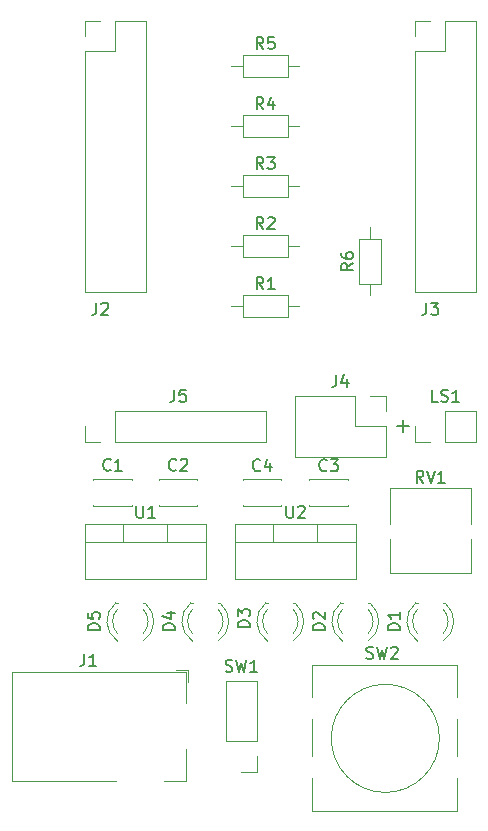
<source format=gbr>
G04 #@! TF.GenerationSoftware,KiCad,Pcbnew,(5.1.5-0)*
G04 #@! TF.CreationDate,2021-12-12T09:58:07-07:00*
G04 #@! TF.ProjectId,starman,73746172-6d61-46e2-9e6b-696361645f70,rev?*
G04 #@! TF.SameCoordinates,Original*
G04 #@! TF.FileFunction,Legend,Top*
G04 #@! TF.FilePolarity,Positive*
%FSLAX46Y46*%
G04 Gerber Fmt 4.6, Leading zero omitted, Abs format (unit mm)*
G04 Created by KiCad (PCBNEW (5.1.5-0)) date 2021-12-12 09:58:07*
%MOMM*%
%LPD*%
G04 APERTURE LIST*
%ADD10C,0.200000*%
%ADD11C,0.120000*%
%ADD12C,0.150000*%
G04 APERTURE END LIST*
D10*
X129286000Y-111760000D02*
X130302000Y-111760000D01*
D11*
X129794000Y-112268000D02*
X129794000Y-111760000D01*
D10*
X129794000Y-111252000D02*
X129794000Y-112268000D01*
D11*
X120980000Y-81280000D02*
X120030000Y-81280000D01*
X115240000Y-81280000D02*
X116190000Y-81280000D01*
X120030000Y-80360000D02*
X116190000Y-80360000D01*
X120030000Y-82200000D02*
X120030000Y-80360000D01*
X116190000Y-82200000D02*
X120030000Y-82200000D01*
X116190000Y-80360000D02*
X116190000Y-82200000D01*
X127000000Y-94920000D02*
X127000000Y-95870000D01*
X127000000Y-100660000D02*
X127000000Y-99710000D01*
X126080000Y-95870000D02*
X126080000Y-99710000D01*
X127920000Y-95870000D02*
X126080000Y-95870000D01*
X127920000Y-99710000D02*
X127920000Y-95870000D01*
X126080000Y-99710000D02*
X127920000Y-99710000D01*
X115240000Y-86360000D02*
X116190000Y-86360000D01*
X120980000Y-86360000D02*
X120030000Y-86360000D01*
X116190000Y-87280000D02*
X120030000Y-87280000D01*
X116190000Y-85440000D02*
X116190000Y-87280000D01*
X120030000Y-85440000D02*
X116190000Y-85440000D01*
X120030000Y-87280000D02*
X120030000Y-85440000D01*
X120980000Y-91440000D02*
X120030000Y-91440000D01*
X115240000Y-91440000D02*
X116190000Y-91440000D01*
X120030000Y-90520000D02*
X116190000Y-90520000D01*
X120030000Y-92360000D02*
X120030000Y-90520000D01*
X116190000Y-92360000D02*
X120030000Y-92360000D01*
X116190000Y-90520000D02*
X116190000Y-92360000D01*
X120980000Y-96520000D02*
X120030000Y-96520000D01*
X115240000Y-96520000D02*
X116190000Y-96520000D01*
X120030000Y-95600000D02*
X116190000Y-95600000D01*
X120030000Y-97440000D02*
X120030000Y-95600000D01*
X116190000Y-97440000D02*
X120030000Y-97440000D01*
X116190000Y-95600000D02*
X116190000Y-97440000D01*
X120980000Y-101600000D02*
X120030000Y-101600000D01*
X115240000Y-101600000D02*
X116190000Y-101600000D01*
X120030000Y-100680000D02*
X116190000Y-100680000D01*
X120030000Y-102520000D02*
X120030000Y-100680000D01*
X116190000Y-102520000D02*
X120030000Y-102520000D01*
X116190000Y-100680000D02*
X116190000Y-102520000D01*
X131000000Y-126710000D02*
X130844000Y-126710000D01*
X133316000Y-126710000D02*
X133160000Y-126710000D01*
X131000163Y-129311130D02*
G75*
G02X131000000Y-127229039I1079837J1041130D01*
G01*
X133159837Y-129311130D02*
G75*
G03X133160000Y-127229039I-1079837J1041130D01*
G01*
X131001392Y-129942335D02*
G75*
G02X130844484Y-126710000I1078608J1672335D01*
G01*
X133158608Y-129942335D02*
G75*
G03X133315516Y-126710000I-1078608J1672335D01*
G01*
X105600000Y-126710000D02*
X105444000Y-126710000D01*
X107916000Y-126710000D02*
X107760000Y-126710000D01*
X105600163Y-129311130D02*
G75*
G02X105600000Y-127229039I1079837J1041130D01*
G01*
X107759837Y-129311130D02*
G75*
G03X107760000Y-127229039I-1079837J1041130D01*
G01*
X105601392Y-129942335D02*
G75*
G02X105444484Y-126710000I1078608J1672335D01*
G01*
X107758608Y-129942335D02*
G75*
G03X107915516Y-126710000I-1078608J1672335D01*
G01*
X111950000Y-126710000D02*
X111794000Y-126710000D01*
X114266000Y-126710000D02*
X114110000Y-126710000D01*
X111950163Y-129311130D02*
G75*
G02X111950000Y-127229039I1079837J1041130D01*
G01*
X114109837Y-129311130D02*
G75*
G03X114110000Y-127229039I-1079837J1041130D01*
G01*
X111951392Y-129942335D02*
G75*
G02X111794484Y-126710000I1078608J1672335D01*
G01*
X114108608Y-129942335D02*
G75*
G03X114265516Y-126710000I-1078608J1672335D01*
G01*
X118300000Y-126710000D02*
X118144000Y-126710000D01*
X120616000Y-126710000D02*
X120460000Y-126710000D01*
X118300163Y-129311130D02*
G75*
G02X118300000Y-127229039I1079837J1041130D01*
G01*
X120459837Y-129311130D02*
G75*
G03X120460000Y-127229039I-1079837J1041130D01*
G01*
X118301392Y-129942335D02*
G75*
G02X118144484Y-126710000I1078608J1672335D01*
G01*
X120458608Y-129942335D02*
G75*
G03X120615516Y-126710000I-1078608J1672335D01*
G01*
X124650000Y-126710000D02*
X124494000Y-126710000D01*
X126966000Y-126710000D02*
X126810000Y-126710000D01*
X124650163Y-129311130D02*
G75*
G02X124650000Y-127229039I1079837J1041130D01*
G01*
X126809837Y-129311130D02*
G75*
G03X126810000Y-127229039I-1079837J1041130D01*
G01*
X124651392Y-129942335D02*
G75*
G02X124494484Y-126710000I1078608J1672335D01*
G01*
X126808608Y-129942335D02*
G75*
G03X126965516Y-126710000I-1078608J1672335D01*
G01*
X102810000Y-77410000D02*
X104140000Y-77410000D01*
X102810000Y-78740000D02*
X102810000Y-77410000D01*
X105410000Y-77410000D02*
X108010000Y-77410000D01*
X105410000Y-80010000D02*
X105410000Y-77410000D01*
X102810000Y-80010000D02*
X105410000Y-80010000D01*
X108010000Y-77410000D02*
X108010000Y-100390000D01*
X102810000Y-80010000D02*
X102810000Y-100390000D01*
X102810000Y-100390000D02*
X108010000Y-100390000D01*
X130750000Y-77410000D02*
X132080000Y-77410000D01*
X130750000Y-78740000D02*
X130750000Y-77410000D01*
X133350000Y-77410000D02*
X135950000Y-77410000D01*
X133350000Y-80010000D02*
X133350000Y-77410000D01*
X130750000Y-80010000D02*
X133350000Y-80010000D01*
X135950000Y-77410000D02*
X135950000Y-100390000D01*
X130750000Y-80010000D02*
X130750000Y-100390000D01*
X130750000Y-100390000D02*
X135950000Y-100390000D01*
X134320000Y-131986000D02*
X134320000Y-134706000D01*
X134320000Y-141566000D02*
X134320000Y-144286000D01*
X122020000Y-139706000D02*
X122020000Y-136566000D01*
X122020000Y-144286000D02*
X122020000Y-141566000D01*
X132849050Y-138176000D02*
G75*
G03X132849050Y-138176000I-4579050J0D01*
G01*
X122020000Y-134706000D02*
X122020000Y-131986000D01*
X134320000Y-144286000D02*
X122020000Y-144286000D01*
X134320000Y-136566000D02*
X134320000Y-139706000D01*
X122020000Y-131986000D02*
X134320000Y-131986000D01*
X119456000Y-118403000D02*
X119456000Y-118468000D01*
X119456000Y-116228000D02*
X119456000Y-116293000D01*
X116216000Y-118403000D02*
X116216000Y-118468000D01*
X116216000Y-116228000D02*
X116216000Y-116293000D01*
X116216000Y-118468000D02*
X119456000Y-118468000D01*
X116216000Y-116228000D02*
X119456000Y-116228000D01*
X125084000Y-118403000D02*
X125084000Y-118468000D01*
X125084000Y-116228000D02*
X125084000Y-116293000D01*
X121844000Y-118403000D02*
X121844000Y-118468000D01*
X121844000Y-116228000D02*
X121844000Y-116293000D01*
X121844000Y-118468000D02*
X125084000Y-118468000D01*
X121844000Y-116228000D02*
X125084000Y-116228000D01*
X109104000Y-116293000D02*
X109104000Y-116228000D01*
X109104000Y-118468000D02*
X109104000Y-118403000D01*
X112344000Y-116293000D02*
X112344000Y-116228000D01*
X112344000Y-118468000D02*
X112344000Y-118403000D01*
X112344000Y-116228000D02*
X109104000Y-116228000D01*
X112344000Y-118468000D02*
X109104000Y-118468000D01*
X103556000Y-116293000D02*
X103556000Y-116228000D01*
X103556000Y-118468000D02*
X103556000Y-118403000D01*
X106796000Y-116293000D02*
X106796000Y-116228000D01*
X106796000Y-118468000D02*
X106796000Y-118403000D01*
X106796000Y-116228000D02*
X103556000Y-116228000D01*
X106796000Y-118468000D02*
X103556000Y-118468000D01*
X135500000Y-124210000D02*
X128660000Y-124210000D01*
X135500000Y-116970000D02*
X128660000Y-116970000D01*
X128660000Y-121300000D02*
X128660000Y-124210000D01*
X128660000Y-116970000D02*
X128660000Y-120000000D01*
X135500000Y-121300000D02*
X135500000Y-124210000D01*
X135500000Y-116970000D02*
X135500000Y-120000000D01*
X122501000Y-120047000D02*
X122501000Y-121557000D01*
X118800000Y-120047000D02*
X118800000Y-121557000D01*
X115530000Y-121557000D02*
X125770000Y-121557000D01*
X125770000Y-120047000D02*
X125770000Y-124688000D01*
X115530000Y-120047000D02*
X115530000Y-124688000D01*
X115530000Y-124688000D02*
X125770000Y-124688000D01*
X115530000Y-120047000D02*
X125770000Y-120047000D01*
X109801000Y-120047000D02*
X109801000Y-121557000D01*
X106100000Y-120047000D02*
X106100000Y-121557000D01*
X102830000Y-121557000D02*
X113070000Y-121557000D01*
X113070000Y-120047000D02*
X113070000Y-124688000D01*
X102830000Y-120047000D02*
X102830000Y-124688000D01*
X102830000Y-124688000D02*
X113070000Y-124688000D01*
X102830000Y-120047000D02*
X113070000Y-120047000D01*
X117408000Y-141030000D02*
X116078000Y-141030000D01*
X117408000Y-139700000D02*
X117408000Y-141030000D01*
X117408000Y-138430000D02*
X114748000Y-138430000D01*
X114748000Y-138430000D02*
X114748000Y-133290000D01*
X117408000Y-138430000D02*
X117408000Y-133290000D01*
X117408000Y-133290000D02*
X114748000Y-133290000D01*
X130750000Y-113090000D02*
X130750000Y-111760000D01*
X132080000Y-113090000D02*
X130750000Y-113090000D01*
X133350000Y-113090000D02*
X133350000Y-110430000D01*
X133350000Y-110430000D02*
X135950000Y-110430000D01*
X133350000Y-113090000D02*
X135950000Y-113090000D01*
X135950000Y-113090000D02*
X135950000Y-110430000D01*
X102810000Y-113090000D02*
X102810000Y-111760000D01*
X104140000Y-113090000D02*
X102810000Y-113090000D01*
X105410000Y-113090000D02*
X105410000Y-110430000D01*
X105410000Y-110430000D02*
X118170000Y-110430000D01*
X105410000Y-113090000D02*
X118170000Y-113090000D01*
X118170000Y-113090000D02*
X118170000Y-110430000D01*
X128330000Y-109160000D02*
X128330000Y-110490000D01*
X127000000Y-109160000D02*
X128330000Y-109160000D01*
X128330000Y-111760000D02*
X128330000Y-114360000D01*
X125730000Y-111760000D02*
X128330000Y-111760000D01*
X125730000Y-109160000D02*
X125730000Y-111760000D01*
X128330000Y-114360000D02*
X120590000Y-114360000D01*
X125730000Y-109160000D02*
X120590000Y-109160000D01*
X120590000Y-109160000D02*
X120590000Y-114360000D01*
X111390000Y-132560000D02*
X111390000Y-135160000D01*
X96690000Y-132560000D02*
X111390000Y-132560000D01*
X111390000Y-141760000D02*
X109490000Y-141760000D01*
X111390000Y-139060000D02*
X111390000Y-141760000D01*
X96690000Y-141760000D02*
X96690000Y-132560000D01*
X105490000Y-141760000D02*
X96690000Y-141760000D01*
X110540000Y-132360000D02*
X111590000Y-132360000D01*
X111590000Y-133410000D02*
X111590000Y-132360000D01*
D12*
X117943333Y-79812380D02*
X117610000Y-79336190D01*
X117371904Y-79812380D02*
X117371904Y-78812380D01*
X117752857Y-78812380D01*
X117848095Y-78860000D01*
X117895714Y-78907619D01*
X117943333Y-79002857D01*
X117943333Y-79145714D01*
X117895714Y-79240952D01*
X117848095Y-79288571D01*
X117752857Y-79336190D01*
X117371904Y-79336190D01*
X118848095Y-78812380D02*
X118371904Y-78812380D01*
X118324285Y-79288571D01*
X118371904Y-79240952D01*
X118467142Y-79193333D01*
X118705238Y-79193333D01*
X118800476Y-79240952D01*
X118848095Y-79288571D01*
X118895714Y-79383809D01*
X118895714Y-79621904D01*
X118848095Y-79717142D01*
X118800476Y-79764761D01*
X118705238Y-79812380D01*
X118467142Y-79812380D01*
X118371904Y-79764761D01*
X118324285Y-79717142D01*
X125532380Y-97956666D02*
X125056190Y-98290000D01*
X125532380Y-98528095D02*
X124532380Y-98528095D01*
X124532380Y-98147142D01*
X124580000Y-98051904D01*
X124627619Y-98004285D01*
X124722857Y-97956666D01*
X124865714Y-97956666D01*
X124960952Y-98004285D01*
X125008571Y-98051904D01*
X125056190Y-98147142D01*
X125056190Y-98528095D01*
X124532380Y-97099523D02*
X124532380Y-97290000D01*
X124580000Y-97385238D01*
X124627619Y-97432857D01*
X124770476Y-97528095D01*
X124960952Y-97575714D01*
X125341904Y-97575714D01*
X125437142Y-97528095D01*
X125484761Y-97480476D01*
X125532380Y-97385238D01*
X125532380Y-97194761D01*
X125484761Y-97099523D01*
X125437142Y-97051904D01*
X125341904Y-97004285D01*
X125103809Y-97004285D01*
X125008571Y-97051904D01*
X124960952Y-97099523D01*
X124913333Y-97194761D01*
X124913333Y-97385238D01*
X124960952Y-97480476D01*
X125008571Y-97528095D01*
X125103809Y-97575714D01*
X117943333Y-84907380D02*
X117610000Y-84431190D01*
X117371904Y-84907380D02*
X117371904Y-83907380D01*
X117752857Y-83907380D01*
X117848095Y-83955000D01*
X117895714Y-84002619D01*
X117943333Y-84097857D01*
X117943333Y-84240714D01*
X117895714Y-84335952D01*
X117848095Y-84383571D01*
X117752857Y-84431190D01*
X117371904Y-84431190D01*
X118800476Y-84240714D02*
X118800476Y-84907380D01*
X118562380Y-83859761D02*
X118324285Y-84574047D01*
X118943333Y-84574047D01*
X117943333Y-89972380D02*
X117610000Y-89496190D01*
X117371904Y-89972380D02*
X117371904Y-88972380D01*
X117752857Y-88972380D01*
X117848095Y-89020000D01*
X117895714Y-89067619D01*
X117943333Y-89162857D01*
X117943333Y-89305714D01*
X117895714Y-89400952D01*
X117848095Y-89448571D01*
X117752857Y-89496190D01*
X117371904Y-89496190D01*
X118276666Y-88972380D02*
X118895714Y-88972380D01*
X118562380Y-89353333D01*
X118705238Y-89353333D01*
X118800476Y-89400952D01*
X118848095Y-89448571D01*
X118895714Y-89543809D01*
X118895714Y-89781904D01*
X118848095Y-89877142D01*
X118800476Y-89924761D01*
X118705238Y-89972380D01*
X118419523Y-89972380D01*
X118324285Y-89924761D01*
X118276666Y-89877142D01*
X117943333Y-95052380D02*
X117610000Y-94576190D01*
X117371904Y-95052380D02*
X117371904Y-94052380D01*
X117752857Y-94052380D01*
X117848095Y-94100000D01*
X117895714Y-94147619D01*
X117943333Y-94242857D01*
X117943333Y-94385714D01*
X117895714Y-94480952D01*
X117848095Y-94528571D01*
X117752857Y-94576190D01*
X117371904Y-94576190D01*
X118324285Y-94147619D02*
X118371904Y-94100000D01*
X118467142Y-94052380D01*
X118705238Y-94052380D01*
X118800476Y-94100000D01*
X118848095Y-94147619D01*
X118895714Y-94242857D01*
X118895714Y-94338095D01*
X118848095Y-94480952D01*
X118276666Y-95052380D01*
X118895714Y-95052380D01*
X117943333Y-100132380D02*
X117610000Y-99656190D01*
X117371904Y-100132380D02*
X117371904Y-99132380D01*
X117752857Y-99132380D01*
X117848095Y-99180000D01*
X117895714Y-99227619D01*
X117943333Y-99322857D01*
X117943333Y-99465714D01*
X117895714Y-99560952D01*
X117848095Y-99608571D01*
X117752857Y-99656190D01*
X117371904Y-99656190D01*
X118895714Y-100132380D02*
X118324285Y-100132380D01*
X118610000Y-100132380D02*
X118610000Y-99132380D01*
X118514761Y-99275238D01*
X118419523Y-99370476D01*
X118324285Y-99418095D01*
X129484380Y-129008095D02*
X128484380Y-129008095D01*
X128484380Y-128770000D01*
X128532000Y-128627142D01*
X128627238Y-128531904D01*
X128722476Y-128484285D01*
X128912952Y-128436666D01*
X129055809Y-128436666D01*
X129246285Y-128484285D01*
X129341523Y-128531904D01*
X129436761Y-128627142D01*
X129484380Y-128770000D01*
X129484380Y-129008095D01*
X129484380Y-127484285D02*
X129484380Y-128055714D01*
X129484380Y-127770000D02*
X128484380Y-127770000D01*
X128627238Y-127865238D01*
X128722476Y-127960476D01*
X128770095Y-128055714D01*
X104084380Y-129008095D02*
X103084380Y-129008095D01*
X103084380Y-128770000D01*
X103132000Y-128627142D01*
X103227238Y-128531904D01*
X103322476Y-128484285D01*
X103512952Y-128436666D01*
X103655809Y-128436666D01*
X103846285Y-128484285D01*
X103941523Y-128531904D01*
X104036761Y-128627142D01*
X104084380Y-128770000D01*
X104084380Y-129008095D01*
X103084380Y-127531904D02*
X103084380Y-128008095D01*
X103560571Y-128055714D01*
X103512952Y-128008095D01*
X103465333Y-127912857D01*
X103465333Y-127674761D01*
X103512952Y-127579523D01*
X103560571Y-127531904D01*
X103655809Y-127484285D01*
X103893904Y-127484285D01*
X103989142Y-127531904D01*
X104036761Y-127579523D01*
X104084380Y-127674761D01*
X104084380Y-127912857D01*
X104036761Y-128008095D01*
X103989142Y-128055714D01*
X110434380Y-129008095D02*
X109434380Y-129008095D01*
X109434380Y-128770000D01*
X109482000Y-128627142D01*
X109577238Y-128531904D01*
X109672476Y-128484285D01*
X109862952Y-128436666D01*
X110005809Y-128436666D01*
X110196285Y-128484285D01*
X110291523Y-128531904D01*
X110386761Y-128627142D01*
X110434380Y-128770000D01*
X110434380Y-129008095D01*
X109767714Y-127579523D02*
X110434380Y-127579523D01*
X109386761Y-127817619D02*
X110101047Y-128055714D01*
X110101047Y-127436666D01*
X116784380Y-128754095D02*
X115784380Y-128754095D01*
X115784380Y-128516000D01*
X115832000Y-128373142D01*
X115927238Y-128277904D01*
X116022476Y-128230285D01*
X116212952Y-128182666D01*
X116355809Y-128182666D01*
X116546285Y-128230285D01*
X116641523Y-128277904D01*
X116736761Y-128373142D01*
X116784380Y-128516000D01*
X116784380Y-128754095D01*
X115784380Y-127849333D02*
X115784380Y-127230285D01*
X116165333Y-127563619D01*
X116165333Y-127420761D01*
X116212952Y-127325523D01*
X116260571Y-127277904D01*
X116355809Y-127230285D01*
X116593904Y-127230285D01*
X116689142Y-127277904D01*
X116736761Y-127325523D01*
X116784380Y-127420761D01*
X116784380Y-127706476D01*
X116736761Y-127801714D01*
X116689142Y-127849333D01*
X123134380Y-129008095D02*
X122134380Y-129008095D01*
X122134380Y-128770000D01*
X122182000Y-128627142D01*
X122277238Y-128531904D01*
X122372476Y-128484285D01*
X122562952Y-128436666D01*
X122705809Y-128436666D01*
X122896285Y-128484285D01*
X122991523Y-128531904D01*
X123086761Y-128627142D01*
X123134380Y-128770000D01*
X123134380Y-129008095D01*
X122229619Y-128055714D02*
X122182000Y-128008095D01*
X122134380Y-127912857D01*
X122134380Y-127674761D01*
X122182000Y-127579523D01*
X122229619Y-127531904D01*
X122324857Y-127484285D01*
X122420095Y-127484285D01*
X122562952Y-127531904D01*
X123134380Y-128103333D01*
X123134380Y-127484285D01*
X103806666Y-101306380D02*
X103806666Y-102020666D01*
X103759047Y-102163523D01*
X103663809Y-102258761D01*
X103520952Y-102306380D01*
X103425714Y-102306380D01*
X104235238Y-101401619D02*
X104282857Y-101354000D01*
X104378095Y-101306380D01*
X104616190Y-101306380D01*
X104711428Y-101354000D01*
X104759047Y-101401619D01*
X104806666Y-101496857D01*
X104806666Y-101592095D01*
X104759047Y-101734952D01*
X104187619Y-102306380D01*
X104806666Y-102306380D01*
X131746666Y-101306380D02*
X131746666Y-102020666D01*
X131699047Y-102163523D01*
X131603809Y-102258761D01*
X131460952Y-102306380D01*
X131365714Y-102306380D01*
X132127619Y-101306380D02*
X132746666Y-101306380D01*
X132413333Y-101687333D01*
X132556190Y-101687333D01*
X132651428Y-101734952D01*
X132699047Y-101782571D01*
X132746666Y-101877809D01*
X132746666Y-102115904D01*
X132699047Y-102211142D01*
X132651428Y-102258761D01*
X132556190Y-102306380D01*
X132270476Y-102306380D01*
X132175238Y-102258761D01*
X132127619Y-102211142D01*
X126666666Y-131380761D02*
X126809523Y-131428380D01*
X127047619Y-131428380D01*
X127142857Y-131380761D01*
X127190476Y-131333142D01*
X127238095Y-131237904D01*
X127238095Y-131142666D01*
X127190476Y-131047428D01*
X127142857Y-130999809D01*
X127047619Y-130952190D01*
X126857142Y-130904571D01*
X126761904Y-130856952D01*
X126714285Y-130809333D01*
X126666666Y-130714095D01*
X126666666Y-130618857D01*
X126714285Y-130523619D01*
X126761904Y-130476000D01*
X126857142Y-130428380D01*
X127095238Y-130428380D01*
X127238095Y-130476000D01*
X127571428Y-130428380D02*
X127809523Y-131428380D01*
X128000000Y-130714095D01*
X128190476Y-131428380D01*
X128428571Y-130428380D01*
X128761904Y-130523619D02*
X128809523Y-130476000D01*
X128904761Y-130428380D01*
X129142857Y-130428380D01*
X129238095Y-130476000D01*
X129285714Y-130523619D01*
X129333333Y-130618857D01*
X129333333Y-130714095D01*
X129285714Y-130856952D01*
X128714285Y-131428380D01*
X129333333Y-131428380D01*
X117669333Y-115455142D02*
X117621714Y-115502761D01*
X117478857Y-115550380D01*
X117383619Y-115550380D01*
X117240761Y-115502761D01*
X117145523Y-115407523D01*
X117097904Y-115312285D01*
X117050285Y-115121809D01*
X117050285Y-114978952D01*
X117097904Y-114788476D01*
X117145523Y-114693238D01*
X117240761Y-114598000D01*
X117383619Y-114550380D01*
X117478857Y-114550380D01*
X117621714Y-114598000D01*
X117669333Y-114645619D01*
X118526476Y-114883714D02*
X118526476Y-115550380D01*
X118288380Y-114502761D02*
X118050285Y-115217047D01*
X118669333Y-115217047D01*
X123297333Y-115455142D02*
X123249714Y-115502761D01*
X123106857Y-115550380D01*
X123011619Y-115550380D01*
X122868761Y-115502761D01*
X122773523Y-115407523D01*
X122725904Y-115312285D01*
X122678285Y-115121809D01*
X122678285Y-114978952D01*
X122725904Y-114788476D01*
X122773523Y-114693238D01*
X122868761Y-114598000D01*
X123011619Y-114550380D01*
X123106857Y-114550380D01*
X123249714Y-114598000D01*
X123297333Y-114645619D01*
X123630666Y-114550380D02*
X124249714Y-114550380D01*
X123916380Y-114931333D01*
X124059238Y-114931333D01*
X124154476Y-114978952D01*
X124202095Y-115026571D01*
X124249714Y-115121809D01*
X124249714Y-115359904D01*
X124202095Y-115455142D01*
X124154476Y-115502761D01*
X124059238Y-115550380D01*
X123773523Y-115550380D01*
X123678285Y-115502761D01*
X123630666Y-115455142D01*
X110557333Y-115419142D02*
X110509714Y-115466761D01*
X110366857Y-115514380D01*
X110271619Y-115514380D01*
X110128761Y-115466761D01*
X110033523Y-115371523D01*
X109985904Y-115276285D01*
X109938285Y-115085809D01*
X109938285Y-114942952D01*
X109985904Y-114752476D01*
X110033523Y-114657238D01*
X110128761Y-114562000D01*
X110271619Y-114514380D01*
X110366857Y-114514380D01*
X110509714Y-114562000D01*
X110557333Y-114609619D01*
X110938285Y-114609619D02*
X110985904Y-114562000D01*
X111081142Y-114514380D01*
X111319238Y-114514380D01*
X111414476Y-114562000D01*
X111462095Y-114609619D01*
X111509714Y-114704857D01*
X111509714Y-114800095D01*
X111462095Y-114942952D01*
X110890666Y-115514380D01*
X111509714Y-115514380D01*
X105009333Y-115419142D02*
X104961714Y-115466761D01*
X104818857Y-115514380D01*
X104723619Y-115514380D01*
X104580761Y-115466761D01*
X104485523Y-115371523D01*
X104437904Y-115276285D01*
X104390285Y-115085809D01*
X104390285Y-114942952D01*
X104437904Y-114752476D01*
X104485523Y-114657238D01*
X104580761Y-114562000D01*
X104723619Y-114514380D01*
X104818857Y-114514380D01*
X104961714Y-114562000D01*
X105009333Y-114609619D01*
X105961714Y-115514380D02*
X105390285Y-115514380D01*
X105676000Y-115514380D02*
X105676000Y-114514380D01*
X105580761Y-114657238D01*
X105485523Y-114752476D01*
X105390285Y-114800095D01*
X131484761Y-116530380D02*
X131151428Y-116054190D01*
X130913333Y-116530380D02*
X130913333Y-115530380D01*
X131294285Y-115530380D01*
X131389523Y-115578000D01*
X131437142Y-115625619D01*
X131484761Y-115720857D01*
X131484761Y-115863714D01*
X131437142Y-115958952D01*
X131389523Y-116006571D01*
X131294285Y-116054190D01*
X130913333Y-116054190D01*
X131770476Y-115530380D02*
X132103809Y-116530380D01*
X132437142Y-115530380D01*
X133294285Y-116530380D02*
X132722857Y-116530380D01*
X133008571Y-116530380D02*
X133008571Y-115530380D01*
X132913333Y-115673238D01*
X132818095Y-115768476D01*
X132722857Y-115816095D01*
X119888095Y-118499380D02*
X119888095Y-119308904D01*
X119935714Y-119404142D01*
X119983333Y-119451761D01*
X120078571Y-119499380D01*
X120269047Y-119499380D01*
X120364285Y-119451761D01*
X120411904Y-119404142D01*
X120459523Y-119308904D01*
X120459523Y-118499380D01*
X120888095Y-118594619D02*
X120935714Y-118547000D01*
X121030952Y-118499380D01*
X121269047Y-118499380D01*
X121364285Y-118547000D01*
X121411904Y-118594619D01*
X121459523Y-118689857D01*
X121459523Y-118785095D01*
X121411904Y-118927952D01*
X120840476Y-119499380D01*
X121459523Y-119499380D01*
X107188095Y-118499380D02*
X107188095Y-119308904D01*
X107235714Y-119404142D01*
X107283333Y-119451761D01*
X107378571Y-119499380D01*
X107569047Y-119499380D01*
X107664285Y-119451761D01*
X107711904Y-119404142D01*
X107759523Y-119308904D01*
X107759523Y-118499380D01*
X108759523Y-119499380D02*
X108188095Y-119499380D01*
X108473809Y-119499380D02*
X108473809Y-118499380D01*
X108378571Y-118642238D01*
X108283333Y-118737476D01*
X108188095Y-118785095D01*
X114744666Y-132484761D02*
X114887523Y-132532380D01*
X115125619Y-132532380D01*
X115220857Y-132484761D01*
X115268476Y-132437142D01*
X115316095Y-132341904D01*
X115316095Y-132246666D01*
X115268476Y-132151428D01*
X115220857Y-132103809D01*
X115125619Y-132056190D01*
X114935142Y-132008571D01*
X114839904Y-131960952D01*
X114792285Y-131913333D01*
X114744666Y-131818095D01*
X114744666Y-131722857D01*
X114792285Y-131627619D01*
X114839904Y-131580000D01*
X114935142Y-131532380D01*
X115173238Y-131532380D01*
X115316095Y-131580000D01*
X115649428Y-131532380D02*
X115887523Y-132532380D01*
X116078000Y-131818095D01*
X116268476Y-132532380D01*
X116506571Y-131532380D01*
X117411333Y-132532380D02*
X116839904Y-132532380D01*
X117125619Y-132532380D02*
X117125619Y-131532380D01*
X117030380Y-131675238D01*
X116935142Y-131770476D01*
X116839904Y-131818095D01*
X132707142Y-109672380D02*
X132230952Y-109672380D01*
X132230952Y-108672380D01*
X132992857Y-109624761D02*
X133135714Y-109672380D01*
X133373809Y-109672380D01*
X133469047Y-109624761D01*
X133516666Y-109577142D01*
X133564285Y-109481904D01*
X133564285Y-109386666D01*
X133516666Y-109291428D01*
X133469047Y-109243809D01*
X133373809Y-109196190D01*
X133183333Y-109148571D01*
X133088095Y-109100952D01*
X133040476Y-109053333D01*
X132992857Y-108958095D01*
X132992857Y-108862857D01*
X133040476Y-108767619D01*
X133088095Y-108720000D01*
X133183333Y-108672380D01*
X133421428Y-108672380D01*
X133564285Y-108720000D01*
X134516666Y-109672380D02*
X133945238Y-109672380D01*
X134230952Y-109672380D02*
X134230952Y-108672380D01*
X134135714Y-108815238D01*
X134040476Y-108910476D01*
X133945238Y-108958095D01*
X110410666Y-108672380D02*
X110410666Y-109386666D01*
X110363047Y-109529523D01*
X110267809Y-109624761D01*
X110124952Y-109672380D01*
X110029714Y-109672380D01*
X111363047Y-108672380D02*
X110886857Y-108672380D01*
X110839238Y-109148571D01*
X110886857Y-109100952D01*
X110982095Y-109053333D01*
X111220190Y-109053333D01*
X111315428Y-109100952D01*
X111363047Y-109148571D01*
X111410666Y-109243809D01*
X111410666Y-109481904D01*
X111363047Y-109577142D01*
X111315428Y-109624761D01*
X111220190Y-109672380D01*
X110982095Y-109672380D01*
X110886857Y-109624761D01*
X110839238Y-109577142D01*
X124126666Y-107402380D02*
X124126666Y-108116666D01*
X124079047Y-108259523D01*
X123983809Y-108354761D01*
X123840952Y-108402380D01*
X123745714Y-108402380D01*
X125031428Y-107735714D02*
X125031428Y-108402380D01*
X124793333Y-107354761D02*
X124555238Y-108069047D01*
X125174285Y-108069047D01*
X102790666Y-131024380D02*
X102790666Y-131738666D01*
X102743047Y-131881523D01*
X102647809Y-131976761D01*
X102504952Y-132024380D01*
X102409714Y-132024380D01*
X103790666Y-132024380D02*
X103219238Y-132024380D01*
X103504952Y-132024380D02*
X103504952Y-131024380D01*
X103409714Y-131167238D01*
X103314476Y-131262476D01*
X103219238Y-131310095D01*
M02*

</source>
